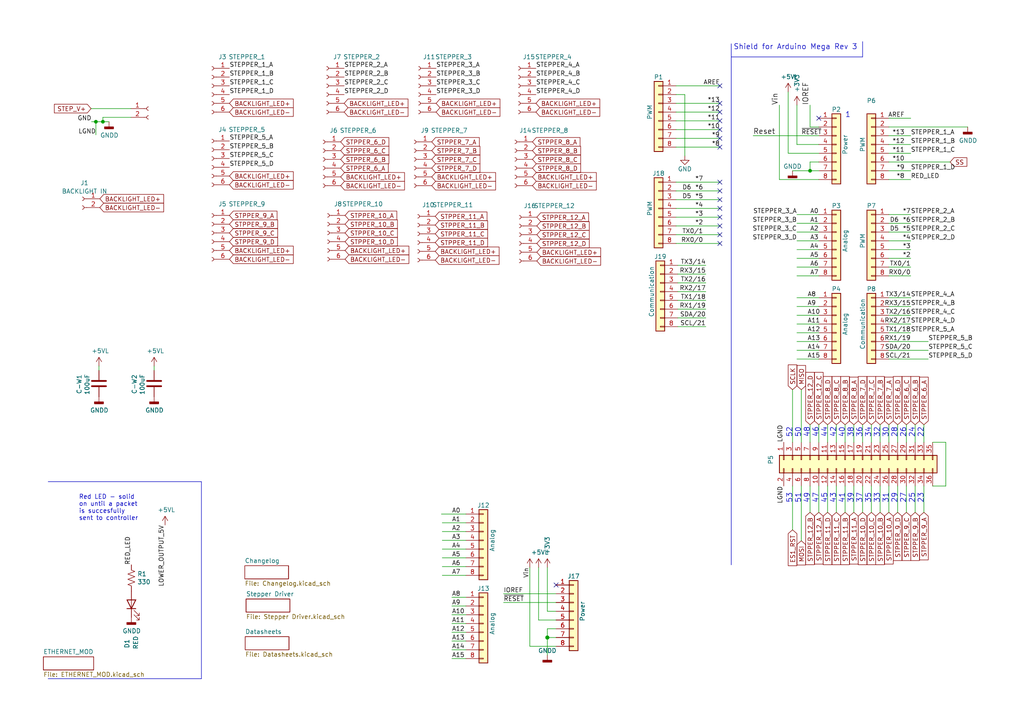
<source format=kicad_sch>
(kicad_sch (version 20230121) (generator eeschema)
  (paper "A4")
  (title_block (title "FRONT CONSOLE STEPPER") (date "2024-01-26") (rev "2.0"))
  (lib_symbols
    (symbol "Connector:Conn_01x02_Female" (pin_names (offset 1.016) hide)
      (property "Reference" "J" (at 0 2.54 0))
      (property "Value" "Conn_01x02_Female" (at 0 -5.08 0))
      (symbol "Conn_01x02_Female_1_1"
        (pin passive line (at -5.08 0 0) (length 3.81) (name "Pin_1") (number "1"))
        (pin passive line (at -5.08 -2.54 0) (length 3.81) (name "Pin_2") (number "2"))
      )
    )
    (symbol "Connector:Conn_01x02_Socket" (pin_names (offset 1.016) hide)
      (property "Reference" "J" (at 0 2.54 0))
      (property "Value" "Conn_01x02_Socket" (at 0 -5.08 0))
      (symbol "Conn_01x02_Socket_1_1"
        (pin passive line (at -5.08 0 0) (length 3.81) (name "Pin_1") (number "1"))
        (pin passive line (at -5.08 -2.54 0) (length 3.81) (name "Pin_2") (number "2"))
      )
    )
    (symbol "Connector:Conn_01x06_Socket" (pin_names (offset 1.016) hide)
      (property "Reference" "J" (at 0 7.62 0))
      (property "Value" "Conn_01x06_Socket" (at 0 -10.16 0))
      (symbol "Conn_01x06_Socket_1_1"
        (pin passive line (at -5.08 5.08 0) (length 3.81) (name "Pin_1") (number "1"))
        (pin passive line (at -5.08 2.54 0) (length 3.81) (name "Pin_2") (number "2"))
        (pin passive line (at -5.08 0 0) (length 3.81) (name "Pin_3") (number "3"))
        (pin passive line (at -5.08 -2.54 0) (length 3.81) (name "Pin_4") (number "4"))
        (pin passive line (at -5.08 -5.08 0) (length 3.81) (name "Pin_5") (number "5"))
        (pin passive line (at -5.08 -7.62 0) (length 3.81) (name "Pin_6") (number "6"))
      )
    )
    (symbol "Connector_Generic:Conn_01x08" (pin_names (offset 1.016) hide)
      (property "Reference" "J" (at 0 10.16 0))
      (property "Value" "Conn_01x08" (at 0 -12.7 0))
      (symbol "Conn_01x08_1_1"
        (pin passive line (at -5.08 7.62 0) (length 3.81) (name "Pin_1") (number "1"))
        (pin passive line (at -5.08 5.08 0) (length 3.81) (name "Pin_2") (number "2"))
        (pin passive line (at -5.08 2.54 0) (length 3.81) (name "Pin_3") (number "3"))
        (pin passive line (at -5.08 0 0) (length 3.81) (name "Pin_4") (number "4"))
        (pin passive line (at -5.08 -2.54 0) (length 3.81) (name "Pin_5") (number "5"))
        (pin passive line (at -5.08 -5.08 0) (length 3.81) (name "Pin_6") (number "6"))
        (pin passive line (at -5.08 -7.62 0) (length 3.81) (name "Pin_7") (number "7"))
        (pin passive line (at -5.08 -10.16 0) (length 3.81) (name "Pin_8") (number "8"))
      )
    )
    (symbol "Connector_Generic:Conn_02x18_Odd_Even" (pin_names (offset 1.016) hide)
      (property "Reference" "J" (at 1.27 22.86 0))
      (property "Value" "Conn_02x18_Odd_Even" (at 1.27 -25.4 0))
      (symbol "Conn_02x18_Odd_Even_1_1"
        (pin passive line (at -5.08 20.32 0) (length 3.81) (name "Pin_1") (number "1"))
        (pin passive line (at 7.62 10.16 180) (length 3.81) (name "Pin_10") (number "10"))
        (pin passive line (at -5.08 7.62 0) (length 3.81) (name "Pin_11") (number "11"))
        (pin passive line (at 7.62 7.62 180) (length 3.81) (name "Pin_12") (number "12"))
        (pin passive line (at -5.08 5.08 0) (length 3.81) (name "Pin_13") (number "13"))
        (pin passive line (at 7.62 5.08 180) (length 3.81) (name "Pin_14") (number "14"))
        (pin passive line (at -5.08 2.54 0) (length 3.81) (name "Pin_15") (number "15"))
        (pin passive line (at 7.62 2.54 180) (length 3.81) (name "Pin_16") (number "16"))
        (pin passive line (at -5.08 0 0) (length 3.81) (name "Pin_17") (number "17"))
        (pin passive line (at 7.62 0 180) (length 3.81) (name "Pin_18") (number "18"))
        (pin passive line (at -5.08 -2.54 0) (length 3.81) (name "Pin_19") (number "19"))
        (pin passive line (at 7.62 20.32 180) (length 3.81) (name "Pin_2") (number "2"))
        (pin passive line (at 7.62 -2.54 180) (length 3.81) (name "Pin_20") (number "20"))
        (pin passive line (at -5.08 -5.08 0) (length 3.81) (name "Pin_21") (number "21"))
        (pin passive line (at 7.62 -5.08 180) (length 3.81) (name "Pin_22") (number "22"))
        (pin passive line (at -5.08 -7.62 0) (length 3.81) (name "Pin_23") (number "23"))
        (pin passive line (at 7.62 -7.62 180) (length 3.81) (name "Pin_24") (number "24"))
        (pin passive line (at -5.08 -10.16 0) (length 3.81) (name "Pin_25") (number "25"))
        (pin passive line (at 7.62 -10.16 180) (length 3.81) (name "Pin_26") (number "26"))
        (pin passive line (at -5.08 -12.7 0) (length 3.81) (name "Pin_27") (number "27"))
        (pin passive line (at 7.62 -12.7 180) (length 3.81) (name "Pin_28") (number "28"))
        (pin passive line (at -5.08 -15.24 0) (length 3.81) (name "Pin_29") (number "29"))
        (pin passive line (at -5.08 17.78 0) (length 3.81) (name "Pin_3") (number "3"))
        (pin passive line (at 7.62 -15.24 180) (length 3.81) (name "Pin_30") (number "30"))
        (pin passive line (at -5.08 -17.78 0) (length 3.81) (name "Pin_31") (number "31"))
        (pin passive line (at 7.62 -17.78 180) (length 3.81) (name "Pin_32") (number "32"))
        (pin passive line (at -5.08 -20.32 0) (length 3.81) (name "Pin_33") (number "33"))
        (pin passive line (at 7.62 -20.32 180) (length 3.81) (name "Pin_34") (number "34"))
        (pin passive line (at -5.08 -22.86 0) (length 3.81) (name "Pin_35") (number "35"))
        (pin passive line (at 7.62 -22.86 180) (length 3.81) (name "Pin_36") (number "36"))
        (pin passive line (at 7.62 17.78 180) (length 3.81) (name "Pin_4") (number "4"))
        (pin passive line (at -5.08 15.24 0) (length 3.81) (name "Pin_5") (number "5"))
        (pin passive line (at 7.62 15.24 180) (length 3.81) (name "Pin_6") (number "6"))
        (pin passive line (at -5.08 12.7 0) (length 3.81) (name "Pin_7") (number "7"))
        (pin passive line (at 7.62 12.7 180) (length 3.81) (name "Pin_8") (number "8"))
        (pin passive line (at -5.08 10.16 0) (length 3.81) (name "Pin_9") (number "9"))
      )
    )
    (symbol "Device:C" (pin_numbers hide) (pin_names (offset 0.254))
      (property "Reference" "C" (at 0.635 2.54 0))
      (property "Value" "C" (at 0.635 -2.54 0))
      (symbol "C_1_1"
        (pin passive line (at 0 3.81 270) (length 2.794) (name "~") (number "1"))
        (pin passive line (at 0 -3.81 90) (length 2.794) (name "~") (number "2"))
      )
    )
    (symbol "Device:LED" (pin_numbers hide) (pin_names (offset 1.016) hide)
      (property "Reference" "D" (at 0 2.54 0))
      (property "Value" "LED" (at 0 -2.54 0))
      (symbol "LED_1_1"
        (pin passive line (at -3.81 0 0) (length 2.54) (name "K") (number "1"))
        (pin passive line (at 3.81 0 180) (length 2.54) (name "A") (number "2"))
      )
    )
    (symbol "Device:R_US" (pin_numbers hide) (pin_names (offset 0))
      (property "Reference" "R" (at 2.54 0 90))
      (property "Value" "R_US" (at -2.54 0 90))
      (symbol "R_US_1_1"
        (pin passive line (at 0 3.81 270) (length 1.27) (name "~") (number "1"))
        (pin passive line (at 0 -3.81 90) (length 1.27) (name "~") (number "2"))
      )
    )
    (symbol "power:+3V3" (power) (pin_names (offset 0))
      (property "Value" "+3V3" (at 0 3.556 0))
      (symbol "+3V3_1_1"
        (pin power_in line (at 0 0 90) (length 0) hide (name "+3V3") (number "1"))
      )
    )
    (symbol "power:+5VL" (power) (pin_names (offset 0))
      (property "Value" "+5VL" (at 0 3.556 0))
      (symbol "+5VL_1_1"
        (pin power_in line (at 0 0 90) (length 0) hide (name "+5VL") (number "1"))
      )
    )
    (symbol "power:GND" (power) (pin_names (offset 0))
      (property "Value" "GND" (at 0 -3.81 0))
      (symbol "GND_1_1"
        (pin power_in line (at 0 0 270) (length 0) hide (name "GND") (number "1"))
      )
    )
    (symbol "power:GNDD" (power) (pin_names (offset 0))
      (property "Value" "GNDD" (at 0 -3.175 0))
      (symbol "GNDD_1_1"
        (pin power_in line (at 0 0 270) (length 0) hide (name "GNDD") (number "1"))
      )
    )
    (symbol "power:VCC" (power) (pin_names (offset 0))
      (property "Value" "VCC" (at 0 3.81 0))
      (symbol "VCC_1_1"
        (pin power_in line (at 0 0 90) (length 0) hide (name "VCC") (number "1"))
      )
    )
  )
  (junction (at 29.845 35.306))
  (junction (at 27.813 35.306))
  (junction (at 234.95 49.53))
  (junction (at 158.75 184.912) (diameter 1.016))
  (no_connect (at 208.788 60.452))
  (no_connect (at 208.788 70.612))
  (no_connect (at 208.788 52.832))
  (no_connect (at 208.788 57.912))
  (no_connect (at 208.788 24.892))
  (no_connect (at 208.788 32.512))
  (no_connect (at 208.788 42.672))
  (no_connect (at 208.788 40.132))
  (no_connect (at 208.788 65.532))
  (no_connect (at 208.788 35.052))
  (no_connect (at 208.788 55.372))
  (no_connect (at 208.788 68.072))
  (no_connect (at 237.49 34.29))
  (no_connect (at 208.788 62.992))
  (no_connect (at 161.29 169.672))
  (no_connect (at 208.788 29.972))
  (no_connect (at 208.788 37.592))
  (wire (pts (xy 146.05 172.212) (xy 161.29 172.212)))
  (wire (pts (xy 237.49 49.53) (xy 234.95 49.53)))
  (wire (pts (xy 218.44 39.37) (xy 237.49 39.37)))
  (wire (pts (xy 196.596 89.662) (xy 204.724 89.662)))
  (wire (pts (xy 229.87 140.97) (xy 229.87 153.67)))
  (wire (pts (xy 228.6 26.67) (xy 228.6 44.45)))
  (wire (pts (xy 257.81 39.37) (xy 264.16 39.37)))
  (wire (pts (xy 240.03 128.27) (xy 240.03 123.19)))
  (wire (pts (xy 196.596 94.742) (xy 204.724 94.742)))
  (wire (pts (xy 128.27 156.718) (xy 135.128 156.718)))
  (wire (pts (xy 128.27 166.878) (xy 135.128 166.878)))
  (wire (pts (xy 274.32 140.97) (xy 270.51 140.97)))
  (wire (pts (xy 257.81 104.14) (xy 269.24 104.14)))
  (wire (pts (xy 260.35 128.27) (xy 260.35 123.19)))
  (wire (pts (xy 264.16 72.39) (xy 257.81 72.39)))
  (wire (pts (xy 153.67 187.452) (xy 153.67 164.592)))
  (wire (pts (xy 131.064 175.768) (xy 135.128 175.768)))
  (wire (pts (xy 237.49 46.99) (xy 234.95 46.99)))
  (wire (pts (xy 274.32 128.27) (xy 274.32 140.97)))
  (wire (pts (xy 257.81 80.01) (xy 264.16 80.01)))
  (wire (pts (xy 237.49 36.83) (xy 234.95 36.83)))
  (wire (pts (xy 257.81 91.44) (xy 264.16 91.44)))
  (wire (pts (xy 26.416 31.496) (xy 37.973 31.496)))
  (wire (pts (xy 131.064 188.468) (xy 135.128 188.468)))
  (wire (pts (xy 196.088 68.072) (xy 208.788 68.072)))
  (wire (pts (xy 158.75 182.372) (xy 158.75 184.912)))
  (wire (pts (xy 232.41 128.27) (xy 232.41 113.03)))
  (wire (pts (xy 240.03 140.97) (xy 240.03 148.59)))
  (wire (pts (xy 146.05 174.752) (xy 161.29 174.752)))
  (wire (pts (xy 196.088 35.052) (xy 208.788 35.052)))
  (wire (pts (xy 237.49 72.39) (xy 231.14 72.39)))
  (polyline (pts (xy 13.97 139.7) (xy 58.42 139.7)))
  (wire (pts (xy 196.088 60.452) (xy 208.788 60.452)))
  (wire (pts (xy 247.65 140.97) (xy 247.65 148.59)))
  (wire (pts (xy 265.43 140.97) (xy 265.43 148.59)))
  (wire (pts (xy 237.49 101.6) (xy 231.14 101.6)))
  (wire (pts (xy 226.06 52.07) (xy 226.06 30.48)))
  (wire (pts (xy 161.29 184.912) (xy 158.75 184.912)))
  (wire (pts (xy 28.702 106.172) (xy 28.702 107.442)))
  (wire (pts (xy 27.813 35.306) (xy 29.845 35.306)))
  (wire (pts (xy 257.81 44.45) (xy 264.16 44.45)))
  (wire (pts (xy 234.95 36.83) (xy 234.95 30.48)))
  (wire (pts (xy 237.49 62.23) (xy 231.14 62.23)))
  (wire (pts (xy 196.088 57.912) (xy 208.788 57.912)))
  (wire (pts (xy 161.29 182.372) (xy 158.75 182.372)))
  (wire (pts (xy 264.16 69.85) (xy 257.81 69.85)))
  (wire (pts (xy 196.088 27.432) (xy 198.628 27.432)))
  (wire (pts (xy 158.75 184.912) (xy 158.75 189.992)))
  (wire (pts (xy 231.14 41.91) (xy 237.49 41.91)))
  (wire (pts (xy 257.81 74.93) (xy 264.16 74.93)))
  (wire (pts (xy 131.064 185.928) (xy 135.128 185.928)))
  (wire (pts (xy 196.088 42.672) (xy 208.788 42.672)))
  (wire (pts (xy 232.41 140.97) (xy 232.41 156.845)))
  (wire (pts (xy 196.088 29.972) (xy 208.788 29.972)))
  (wire (pts (xy 237.49 99.06) (xy 231.14 99.06)))
  (wire (pts (xy 234.95 128.27) (xy 234.95 123.19)))
  (wire (pts (xy 245.11 128.27) (xy 245.11 123.19)))
  (polyline (pts (xy 212.09 163.83) (xy 212.09 12.7)))
  (polyline (pts (xy 250.19 16.51) (xy 250.19 12.065)))
  (wire (pts (xy 255.27 140.97) (xy 255.27 148.59)))
  (wire (pts (xy 257.81 128.27) (xy 257.81 123.19)))
  (wire (pts (xy 257.81 86.36) (xy 264.16 86.36)))
  (wire (pts (xy 196.596 82.042) (xy 204.724 82.042)))
  (wire (pts (xy 229.87 128.27) (xy 229.87 113.03)))
  (wire (pts (xy 262.89 128.27) (xy 262.89 123.19)))
  (wire (pts (xy 131.064 173.228) (xy 135.128 173.228)))
  (polyline (pts (xy 212.09 16.51) (xy 250.19 16.51)))
  (wire (pts (xy 158.75 177.292) (xy 161.29 177.292)))
  (wire (pts (xy 234.95 49.53) (xy 229.87 49.53)))
  (polyline (pts (xy 58.42 196.85) (xy 58.42 139.7)))
  (wire (pts (xy 237.49 77.47) (xy 231.14 77.47)))
  (wire (pts (xy 237.49 128.27) (xy 237.49 123.19)))
  (wire (pts (xy 234.95 140.97) (xy 234.95 148.59)))
  (wire (pts (xy 156.21 179.832) (xy 161.29 179.832)))
  (wire (pts (xy 237.49 93.98) (xy 231.14 93.98)))
  (wire (pts (xy 196.088 65.532) (xy 208.788 65.532)))
  (wire (pts (xy 196.596 84.582) (xy 204.724 84.582)))
  (wire (pts (xy 131.064 178.308) (xy 135.128 178.308)))
  (wire (pts (xy 44.704 106.172) (xy 44.704 107.442)))
  (wire (pts (xy 257.81 49.53) (xy 264.16 49.53)))
  (wire (pts (xy 128.27 161.798) (xy 135.128 161.798)))
  (wire (pts (xy 128.27 154.178) (xy 135.128 154.178)))
  (wire (pts (xy 29.845 34.036) (xy 29.845 35.306)))
  (wire (pts (xy 252.73 128.27) (xy 252.73 123.19)))
  (wire (pts (xy 237.49 91.44) (xy 231.14 91.44)))
  (wire (pts (xy 196.596 76.962) (xy 204.724 76.962)))
  (wire (pts (xy 237.49 86.36) (xy 231.14 86.36)))
  (wire (pts (xy 257.81 77.47) (xy 264.16 77.47)))
  (wire (pts (xy 245.11 140.97) (xy 245.11 148.59)))
  (wire (pts (xy 267.97 140.97) (xy 267.97 148.59)))
  (wire (pts (xy 257.81 46.99) (xy 275.59 46.99)))
  (wire (pts (xy 196.596 87.122) (xy 204.724 87.122)))
  (wire (pts (xy 237.49 67.31) (xy 231.14 67.31)))
  (polyline (pts (xy 13.97 196.85) (xy 58.42 196.85)))
  (wire (pts (xy 37.973 34.036) (xy 29.845 34.036)))
  (wire (pts (xy 257.81 62.23) (xy 264.16 62.23)))
  (wire (pts (xy 131.064 183.388) (xy 135.128 183.388)))
  (wire (pts (xy 198.628 27.432) (xy 198.628 45.212)))
  (wire (pts (xy 231.14 30.48) (xy 231.14 41.91)))
  (wire (pts (xy 131.064 191.008) (xy 135.128 191.008)))
  (wire (pts (xy 196.596 92.202) (xy 204.724 92.202)))
  (wire (pts (xy 257.81 36.83) (xy 280.67 36.83)))
  (wire (pts (xy 237.49 74.93) (xy 231.14 74.93)))
  (wire (pts (xy 234.95 46.99) (xy 234.95 49.53)))
  (wire (pts (xy 237.49 64.77) (xy 231.14 64.77)))
  (wire (pts (xy 131.064 180.848) (xy 135.128 180.848)))
  (wire (pts (xy 27.813 35.306) (xy 27.813 39.116)))
  (wire (pts (xy 161.29 187.452) (xy 153.67 187.452)))
  (wire (pts (xy 257.81 99.06) (xy 269.24 99.06)))
  (wire (pts (xy 128.016 149.098) (xy 135.128 149.098)))
  (wire (pts (xy 242.57 128.27) (xy 242.57 123.19)))
  (wire (pts (xy 196.088 52.832) (xy 208.788 52.832)))
  (wire (pts (xy 196.596 79.502) (xy 204.724 79.502)))
  (wire (pts (xy 257.81 96.52) (xy 264.16 96.52)))
  (wire (pts (xy 196.088 24.892) (xy 208.788 24.892)))
  (wire (pts (xy 237.49 140.97) (xy 237.49 148.59)))
  (wire (pts (xy 269.24 101.6) (xy 257.81 101.6)))
  (wire (pts (xy 274.32 128.27) (xy 270.51 128.27)))
  (wire (pts (xy 257.81 34.29) (xy 264.16 34.29)))
  (wire (pts (xy 156.21 164.592) (xy 156.21 179.832)))
  (wire (pts (xy 262.89 140.97) (xy 262.89 148.59)))
  (wire (pts (xy 29.845 35.306) (xy 31.623 35.306)))
  (wire (pts (xy 257.81 52.07) (xy 264.16 52.07)))
  (wire (pts (xy 255.27 128.27) (xy 255.27 123.19)))
  (wire (pts (xy 257.81 88.9) (xy 264.16 88.9)))
  (wire (pts (xy 237.49 80.01) (xy 231.14 80.01)))
  (wire (pts (xy 260.35 140.97) (xy 260.35 148.59)))
  (wire (pts (xy 196.088 40.132) (xy 208.788 40.132)))
  (wire (pts (xy 196.088 62.992) (xy 208.788 62.992)))
  (wire (pts (xy 265.43 128.27) (xy 265.43 123.19)))
  (wire (pts (xy 196.088 32.512) (xy 208.788 32.512)))
  (wire (pts (xy 237.49 88.9) (xy 231.14 88.9)))
  (wire (pts (xy 247.65 128.27) (xy 247.65 123.19)))
  (wire (pts (xy 257.81 93.98) (xy 264.16 93.98)))
  (wire (pts (xy 257.81 41.91) (xy 264.16 41.91)))
  (wire (pts (xy 250.19 140.97) (xy 250.19 148.59)))
  (wire (pts (xy 237.49 104.14) (xy 231.14 104.14)))
  (wire (pts (xy 228.6 44.45) (xy 237.49 44.45)))
  (wire (pts (xy 26.543 35.306) (xy 27.813 35.306)))
  (wire (pts (xy 158.75 164.592) (xy 158.75 177.292)))
  (wire (pts (xy 128.27 159.258) (xy 135.128 159.258)))
  (wire (pts (xy 196.088 37.592) (xy 208.788 37.592)))
  (wire (pts (xy 252.73 140.97) (xy 252.73 148.59)))
  (wire (pts (xy 257.81 140.97) (xy 257.81 148.59)))
  (wire (pts (xy 257.81 64.77) (xy 264.16 64.77)))
  (wire (pts (xy 267.97 128.27) (xy 267.97 123.19)))
  (wire (pts (xy 237.49 69.85) (xy 231.14 69.85)))
  (wire (pts (xy 242.57 140.97) (xy 242.57 148.59)))
  (wire (pts (xy 237.49 52.07) (xy 226.06 52.07)))
  (wire (pts (xy 128.27 164.338) (xy 135.128 164.338)))
  (wire (pts (xy 237.49 96.52) (xy 231.14 96.52)))
  (wire (pts (xy 196.088 55.372) (xy 208.788 55.372)))
  (wire (pts (xy 128.27 151.638) (xy 135.128 151.638)))
  (wire (pts (xy 264.16 67.31) (xy 257.81 67.31)))
  (wire (pts (xy 250.19 128.27) (xy 250.19 123.19)))
  (wire (pts (xy 196.088 70.612) (xy 208.788 70.612)))
  (text "24" (at 265.43 127 90) (effects (font (size 1.524 1.524)) (justify left bottom)))
  (text "50" (at 232.41 127 90) (effects (font (size 1.524 1.524)) (justify left bottom)))
  (text "33" (at 255.27 146.05 90) (effects (font (size 1.524 1.524)) (justify left bottom)))
  (text "Shield for Arduino Mega Rev 3" (at 212.725 14.605 0) (effects (font (size 1.524 1.524)) (justify left bottom)))
  (text "34" (at 252.73 127 90) (effects (font (size 1.524 1.524)) (justify left bottom)))
  (text "44" (at 240.03 126.9443 90) (effects (font (size 1.524 1.524)) (justify left bottom)))
  (text "38" (at 247.65 127 90) (effects (font (size 1.524 1.524)) (justify left bottom)))
  (text "39" (at 247.65 146.05 90) (effects (font (size 1.524 1.524)) (justify left bottom)))
  (text "23" (at 267.97 146.05 90) (effects (font (size 1.524 1.524)) (justify left bottom)))
  (text "45" (at 240.03 146.05 90) (effects (font (size 1.524 1.524)) (justify left bottom)))
  (text "27" (at 262.89 146.05 90) (effects (font (size 1.524 1.524)) (justify left bottom)))
  (text "37" (at 250.19 146.05 90) (effects (font (size 1.524 1.524)) (justify left bottom)))
  (text "Red LED - solid\non until a packet\nis succesfully \nsent to controller" (at 22.86 151.13 0) (effects (font (size 1.27 1.27)) (justify left bottom)))
  (text "43" (at 242.57 146.05 90) (effects (font (size 1.524 1.524)) (justify left bottom)))
  (text "26" (at 262.89 127 90) (effects (font (size 1.524 1.524)) (justify left bottom)))
  (text "32" (at 255.27 127 90) (effects (font (size 1.524 1.524)) (justify left bottom)))
  (text "22" (at 267.97 127 90) (effects (font (size 1.524 1.524)) (justify left bottom)))
  (text "48" (at 234.95 126.9443 90) (effects (font (size 1.524 1.524)) (justify left bottom)))
  (text "31" (at 257.81 146.05 90) (effects (font (size 1.524 1.524)) (justify left bottom)))
  (text "30" (at 257.81 127 90) (effects (font (size 1.524 1.524)) (justify left bottom)))
  (text "46" (at 237.49 126.9443 90) (effects (font (size 1.524 1.524)) (justify left bottom)))
  (text "42" (at 242.57 126.9443 90) (effects (font (size 1.524 1.524)) (justify left bottom)))
  (text "53" (at 229.87 146.05 90) (effects (font (size 1.524 1.524)) (justify left bottom)))
  (text "29" (at 260.35 146.05 90) (effects (font (size 1.524 1.524)) (justify left bottom)))
  (text "1" (at 245.11 34.29 0) (effects (font (size 1.524 1.524)) (justify left bottom)))
  (text "41" (at 245.11 146.05 90) (effects (font (size 1.524 1.524)) (justify left bottom)))
  (text "49" (at 234.95 146.05 90) (effects (font (size 1.524 1.524)) (justify left bottom)))
  (text "40" (at 245.11 127 90) (effects (font (size 1.524 1.524)) (justify left bottom)))
  (text "25" (at 265.43 146.05 90) (effects (font (size 1.524 1.524)) (justify left bottom)))
  (text "47" (at 237.49 146.05 90) (effects (font (size 1.524 1.524)) (justify left bottom)))
  (text "51" (at 232.41 146.05 90) (effects (font (size 1.524 1.524)) (justify left bottom)))
  (text "35" (at 252.73 146.05 90) (effects (font (size 1.524 1.524)) (justify left bottom)))
  (text "52" (at 229.87 127 90) (effects (font (size 1.524 1.524)) (justify left bottom)))
  (text "28" (at 260.35 127 90) (effects (font (size 1.524 1.524)) (justify left bottom)))
  (text "36" (at 250.19 127 90) (effects (font (size 1.524 1.524)) (justify left bottom)))
  (label "SDA{slash}20" (at 264.16 101.6 180))
  (label "~{RESET}" (at 146.05 174.752 0))
  (label "TX3{slash}14" (at 204.724 76.962 180))
  (label "STEPPER_1_B" (at 66.548 22.352 0))
  (label "A14" (at 234.188 101.6 0))
  (label "STEPPER_2_A" (at 264.16 62.23 0))
  (label "STEPPER_1_A" (at 264.16 39.37 0))
  (label "A4" (at 234.95 72.39 0))
  (label "*10" (at 208.788 37.592 180))
  (label "GND" (at 26.543 35.306 180))
  (label "STEPPER_3_A" (at 231.14 62.23 180))
  (label "STEPPER_3_D" (at 126.492 27.432 0))
  (label "TX1{slash}18" (at 264.16 96.52 180))
  (label "A10" (at 234.188 91.44 0))
  (label "A7" (at 234.95 80.01 0))
  (label "A7" (at 131.064 166.878 0))
  (label "TX2{slash}16" (at 264.16 91.44 180))
  (label "A13" (at 131.064 185.928 0))
  (label "RX1{slash}19" (at 264.16 99.06 180))
  (label "A8" (at 234.188 86.36 0))
  (label "STEPPER_4_C" (at 264.16 91.44 0))
  (label "A15" (at 234.188 104.14 0))
  (label "RX2{slash}17" (at 264.16 93.98 180))
  (label "LGND" (at 227.33 140.97 270))
  (label "A0" (at 234.95 62.23 0))
  (label "*4" (at 264.16 69.85 180))
  (label "SDA{slash}20" (at 204.724 92.202 180))
  (label "Vin" (at 226.06 30.48 90) (effects (font (size 1.524 1.524))))
  (label "TX2{slash}16" (at 204.724 82.042 180))
  (label "A11" (at 131.064 180.848 0))
  (label "*9" (at 262.382 49.53 180))
  (label "A5" (at 131.064 161.798 0))
  (label "IOREF" (at 234.95 30.48 90) (effects (font (size 1.524 1.524))))
  (label "*2" (at 264.16 74.93 180))
  (label "A1" (at 234.95 64.77 0))
  (label "A4" (at 131.064 159.258 0))
  (label "A12" (at 234.188 96.52 0))
  (label "IOREF" (at 146.05 172.212 0))
  (label "RX3{slash}15" (at 204.724 79.502 180))
  (label "SCL{slash}21" (at 204.724 94.742 180))
  (label "*8" (at 262.382 52.07 180))
  (label "*13" (at 262.382 39.37 180))
  (label "D5" (at 258.064 67.31 0))
  (label "*5" (at 264.16 67.31 180))
  (label "*12" (at 262.382 41.91 180))
  (label "STEPPER_1_D" (at 264.16 49.53 0))
  (label "RED_LED" (at 264.16 52.07 0))
  (label "A2" (at 234.95 67.31 0))
  (label "A1" (at 131.064 151.638 0))
  (label "STEPPER_5_D" (at 269.24 104.14 0))
  (label "A6" (at 131.064 164.338 0))
  (label "Reset" (at 218.44 39.37 0) (effects (font (size 1.524 1.524))))
  (label "LGND" (at 27.813 39.116 180))
  (label "STEPPER_1_C" (at 264.16 44.45 0))
  (label "A8" (at 131.064 173.228 0))
  (label "STEPPER_2_D" (at 264.16 69.85 0))
  (label "A9" (at 131.064 175.768 0))
  (label "D6" (at 258.064 64.77 0))
  (label "STEPPER_2_C" (at 99.822 24.892 0))
  (label "A9" (at 234.188 88.9 0))
  (label "*3" (at 264.16 72.39 180))
  (label "LOWER_OUTPUT_5V" (at 47.879 152.273 270))
  (label "AREF" (at 208.788 24.892 180))
  (label "RX3{slash}15" (at 264.16 88.9 180))
  (label "STEPPER_1_D" (at 66.548 27.432 0))
  (label "RX1{slash}19" (at 204.724 89.662 180))
  (label "TX3{slash}14" (at 264.16 86.36 180))
  (label "STEPPER_3_A" (at 126.492 19.812 0))
  (label "A6" (at 234.95 77.47 0))
  (label "A14" (at 131.064 188.468 0))
  (label "LGND" (at 227.33 128.27 90))
  (label "AREF" (at 262.382 34.29 180))
  (label "STEPPER_1_A" (at 66.548 19.812 0))
  (label "STEPPER_5_C" (at 66.548 45.974 0))
  (label "STEPPER_1_B" (at 264.16 41.91 0))
  (label "STEPPER_5_D" (at 66.548 48.514 0))
  (label "A15" (at 131.064 191.008 0))
  (label "STEPPER_3_B" (at 231.14 64.77 180))
  (label "*3" (at 203.962 62.992 180))
  (label "*9" (at 208.788 40.132 180))
  (label "A12" (at 131.064 183.388 0))
  (label "RX0{slash}0" (at 264.16 80.01 180))
  (label "SCL{slash}21" (at 264.16 104.14 180))
  (label "STEPPER_5_B" (at 269.24 99.06 0))
  (label "*13" (at 208.788 29.972 180))
  (label "A3" (at 131.064 156.718 0))
  (label "STEPPER_4_B" (at 264.16 88.9 0))
  (label "TX0{slash}1" (at 203.962 68.072 180))
  (label "D5" (at 197.866 57.912 0))
  (label "STEPPER_4_B" (at 155.448 22.352 0))
  (label "*10" (at 262.382 46.99 180))
  (label "*4" (at 203.962 60.452 180))
  (label "A13" (at 234.188 99.06 0))
  (label "STEPPER_4_A" (at 155.448 19.812 0))
  (label "A5" (at 234.95 74.93 0))
  (label "STEPPER_2_B" (at 99.822 22.352 0))
  (label "A2" (at 131.064 154.178 0))
  (label "*7" (at 264.16 62.23 180))
  (label "STEPPER_3_C" (at 231.14 67.31 180))
  (label "D6" (at 197.866 55.372 0))
  (label "STEPPER_2_C" (at 264.16 67.31 0))
  (label "*7" (at 203.962 52.832 180))
  (label "STEPPER_4_A" (at 264.16 86.36 0))
  (label "STEPPER_1_C" (at 66.548 24.892 0))
  (label "STEPPER_5_B" (at 66.548 43.434 0))
  (label "*11" (at 208.788 35.052 180))
  (label "STEPPER_2_A" (at 99.822 19.812 0))
  (label "TX0{slash}1" (at 264.16 77.47 180))
  (label "~{RESET}" (at 232.41 39.37 0))
  (label "A0" (at 131.064 149.098 0))
  (label "*12" (at 208.788 32.512 180))
  (label "STEPPER_5_C" (at 269.24 101.6 0))
  (label "*5" (at 203.962 57.912 180))
  (label "RX2{slash}17" (at 204.724 84.582 180))
  (label "*6" (at 264.16 64.77 180))
  (label "STEPPER_2_B" (at 264.16 64.77 0))
  (label "STEPPER_4_D" (at 155.448 27.432 0))
  (label "*6" (at 203.962 55.372 180))
  (label "STEPPER_4_C" (at 155.448 24.892 0))
  (label "A11" (at 234.188 93.98 0))
  (label "A10" (at 131.064 178.308 0))
  (label "STEPPER_3_C" (at 126.492 24.892 0))
  (label "STEPPER_4_D" (at 264.16 93.98 0))
  (label "A3" (at 234.95 69.85 0))
  (label "STEPPER_5_A" (at 66.548 40.894 0))
  (label "STEPPER_5_A" (at 264.16 96.52 0))
  (label "STEPPER_3_D" (at 231.14 69.85 180))
  (label "RX0{slash}0" (at 203.962 70.612 180))
  (label "*2" (at 203.962 65.532 180))
  (label "*11" (at 262.382 44.45 180))
  (label "*8" (at 208.788 42.672 180))
  (label "TX1{slash}18" (at 204.724 87.122 180))
  (label "RED_LED" (at 38.1 163.83 90))
  (label "STEPPER_2_D" (at 99.822 27.432 0))
  (label "STEPPER_3_B" (at 126.492 22.352 0))
  (label "Vin" (at 153.67 164.592 270))
  (global_label "STPPER_7_B" (shape input) (at 255.27 123.19 90) (property "Intersheetrefs" "${INTERSHEET_REFS}" (effects hide)))
  (global_label "STPPER_7_A" (shape input) (at 257.81 123.19 90) (property "Intersheetrefs" "${INTERSHEET_REFS}" (effects hide)))
  (global_label "BACKLIGHT_LED+" (shape input) (at 66.548 51.054 0) (property "Intersheetrefs" "${INTERSHEET_REFS}" (effects hide)))
  (global_label "BACKLIGHT_LED+" (shape input) (at 154.432 51.308 0) (property "Intersheetrefs" "${INTERSHEET_REFS}" (effects hide)))
  (global_label "STPPER_12_D" (shape input) (at 155.702 70.612 0) (property "Intersheetrefs" "${INTERSHEET_REFS}" (effects hide)))
  (global_label "STPPER_8_B" (shape input) (at 154.432 43.688 0) (property "Intersheetrefs" "${INTERSHEET_REFS}" (effects hide)))
  (global_label "BACKLIGHT_LED+" (shape input) (at 100.076 72.644 0) (property "Intersheetrefs" "${INTERSHEET_REFS}" (effects hide)))
  (global_label "MISO" (shape input) (at 232.41 113.03 90) (property "Intersheetrefs" "${INTERSHEET_REFS}" (effects hide)))
  (global_label "STPPER_6_D" (shape input) (at 98.806 41.148 0) (property "Intersheetrefs" "${INTERSHEET_REFS}" (effects hide)))
  (global_label "STEP_V+" (shape input) (at 26.416 31.496 180) (property "Intersheetrefs" "${INTERSHEET_REFS}" (effects hide)))
  (global_label "STPPER_11_A" (shape input) (at 247.65 148.59 270) (property "Intersheetrefs" "${INTERSHEET_REFS}" (effects hide)))
  (global_label "STPPER_11_C" (shape input) (at 242.57 148.59 270) (property "Intersheetrefs" "${INTERSHEET_REFS}" (effects hide)))
  (global_label "BACKLIGHT_LED+" (shape input) (at 99.822 29.972 0) (property "Intersheetrefs" "${INTERSHEET_REFS}" (effects hide)))
  (global_label "STPPER_6_A" (shape input) (at 267.97 123.19 90) (property "Intersheetrefs" "${INTERSHEET_REFS}" (effects hide)))
  (global_label "STPPER_8_B" (shape input) (at 245.11 123.19 90) (property "Intersheetrefs" "${INTERSHEET_REFS}" (effects hide)))
  (global_label "BACKLIGHT_LED-" (shape input) (at 66.548 75.184 0) (property "Intersheetrefs" "${INTERSHEET_REFS}" (effects hide)))
  (global_label "STPPER_9_C" (shape input) (at 66.548 67.564 0) (property "Intersheetrefs" "${INTERSHEET_REFS}" (effects hide)))
  (global_label "BACKLIGHT_LED+" (shape input) (at 126.492 29.972 0) (property "Intersheetrefs" "${INTERSHEET_REFS}" (effects hide)))
  (global_label "STPPER_11_B" (shape input) (at 126.238 65.278 0) (property "Intersheetrefs" "${INTERSHEET_REFS}" (effects hide)))
  (global_label "BACKLIGHT_LED-" (shape input) (at 28.956 60.198 0) (property "Intersheetrefs" "${INTERSHEET_REFS}" (effects hide)))
  (global_label "BACKLIGHT_LED-" (shape input) (at 155.448 32.512 0) (property "Intersheetrefs" "${INTERSHEET_REFS}" (effects hide)))
  (global_label "STPPER_12_A" (shape input) (at 237.49 148.59 270) (property "Intersheetrefs" "${INTERSHEET_REFS}" (effects hide)))
  (global_label "BACKLIGHT_LED-" (shape input) (at 126.238 75.438 0) (property "Intersheetrefs" "${INTERSHEET_REFS}" (effects hide)))
  (global_label "STPPER_10_C" (shape input) (at 100.076 67.564 0) (property "Intersheetrefs" "${INTERSHEET_REFS}" (effects hide)))
  (global_label "STPPER_6_A" (shape input) (at 98.806 48.768 0) (property "Intersheetrefs" "${INTERSHEET_REFS}" (effects hide)))
  (global_label "STPPER_8_C" (shape input) (at 242.57 123.19 90) (property "Intersheetrefs" "${INTERSHEET_REFS}" (effects hide)))
  (global_label "STPPER_12_C" (shape input) (at 237.49 123.19 90) (property "Intersheetrefs" "${INTERSHEET_REFS}" (effects hide)))
  (global_label "STPPER_10_C" (shape input) (at 252.73 148.59 270) (property "Intersheetrefs" "${INTERSHEET_REFS}" (effects hide)))
  (global_label "BACKLIGHT_LED-" (shape input) (at 66.548 53.594 0) (property "Intersheetrefs" "${INTERSHEET_REFS}" (effects hide)))
  (global_label "STPPER_11_D" (shape input) (at 126.238 70.358 0) (property "Intersheetrefs" "${INTERSHEET_REFS}" (effects hide)))
  (global_label "BACKLIGHT_LED+" (shape input) (at 155.448 29.972 0) (property "Intersheetrefs" "${INTERSHEET_REFS}" (effects hide)))
  (global_label "STPPER_12_B" (shape input) (at 234.95 148.59 270) (property "Intersheetrefs" "${INTERSHEET_REFS}" (effects hide)))
  (global_label "STPPER_8_D" (shape input) (at 240.03 123.19 90) (property "Intersheetrefs" "${INTERSHEET_REFS}" (effects hide)))
  (global_label "STPPER_7_D" (shape input) (at 250.19 123.19 90) (property "Intersheetrefs" "${INTERSHEET_REFS}" (effects hide)))
  (global_label "STPPER_6_B" (shape input) (at 265.43 123.19 90) (property "Intersheetrefs" "${INTERSHEET_REFS}" (effects hide)))
  (global_label "STPPER_12_A" (shape input) (at 155.702 62.992 0) (property "Intersheetrefs" "${INTERSHEET_REFS}" (effects hide)))
  (global_label "MOSI" (shape input) (at 232.41 156.845 270) (property "Intersheetrefs" "${INTERSHEET_REFS}" (effects hide)))
  (global_label "STPPER_6_C" (shape input) (at 262.89 123.19 90) (property "Intersheetrefs" "${INTERSHEET_REFS}" (effects hide)))
  (global_label "STPPER_7_D" (shape input) (at 125.222 48.768 0) (property "Intersheetrefs" "${INTERSHEET_REFS}" (effects hide)))
  (global_label "STPPER_11_A" (shape input) (at 126.238 62.738 0) (property "Intersheetrefs" "${INTERSHEET_REFS}" (effects hide)))
  (global_label "BACKLIGHT_LED-" (shape input) (at 100.076 75.184 0) (property "Intersheetrefs" "${INTERSHEET_REFS}" (effects hide)))
  (global_label "STPPER_6_B" (shape input) (at 98.806 46.228 0) (property "Intersheetrefs" "${INTERSHEET_REFS}" (effects hide)))
  (global_label "SCLK" (shape input) (at 229.87 113.03 90) (property "Intersheetrefs" "${INTERSHEET_REFS}" (effects hide)))
  (global_label "STPPER_10_D" (shape input) (at 250.19 148.59 270) (property "Intersheetrefs" "${INTERSHEET_REFS}" (effects hide)))
  (global_label "STPPER_12_C" (shape input) (at 155.702 68.072 0) (property "Intersheetrefs" "${INTERSHEET_REFS}" (effects hide)))
  (global_label "BACKLIGHT_LED-" (shape input) (at 126.492 32.512 0) (property "Intersheetrefs" "${INTERSHEET_REFS}" (effects hide)))
  (global_label "BACKLIGHT_LED-" (shape input) (at 154.432 53.848 0) (property "Intersheetrefs" "${INTERSHEET_REFS}" (effects hide)))
  (global_label "BACKLIGHT_LED-" (shape input) (at 99.822 32.512 0) (property "Intersheetrefs" "${INTERSHEET_REFS}" (effects hide)))
  (global_label "STPPER_7_C" (shape input) (at 125.222 46.228 0) (property "Intersheetrefs" "${INTERSHEET_REFS}" (effects hide)))
  (global_label "STPPER_7_C" (shape input) (at 252.73 123.19 90) (property "Intersheetrefs" "${INTERSHEET_REFS}" (effects hide)))
  (global_label "BACKLIGHT_LED+" (shape input) (at 126.238 72.898 0) (property "Intersheetrefs" "${INTERSHEET_REFS}" (effects hide)))
  (global_label "STPPER_6_D" (shape input) (at 260.35 123.19 90) (property "Intersheetrefs" "${INTERSHEET_REFS}" (effects hide)))
  (global_label "STPPER_9_B" (shape input) (at 66.548 65.024 0) (property "Intersheetrefs" "${INTERSHEET_REFS}" (effects hide)))
  (global_label "BACKLIGHT_LED+" (shape input) (at 66.548 29.972 0) (property "Intersheetrefs" "${INTERSHEET_REFS}" (effects hide)))
  (global_label "STPPER_9_B" (shape input) (at 265.43 148.59 270) (property "Intersheetrefs" "${INTERSHEET_REFS}" (effects hide)))
  (global_label "STPPER_9_A" (shape input) (at 267.97 148.59 270) (property "Intersheetrefs" "${INTERSHEET_REFS}" (effects hide)))
  (global_label "STPPER_8_D" (shape input) (at 154.432 48.768 0) (property "Intersheetrefs" "${INTERSHEET_REFS}" (effects hide)))
  (global_label "BACKLIGHT_LED-" (shape input) (at 98.806 53.848 0) (property "Intersheetrefs" "${INTERSHEET_REFS}" (effects hide)))
  (global_label "STPPER_9_A" (shape input) (at 66.548 62.484 0) (property "Intersheetrefs" "${INTERSHEET_REFS}" (effects hide)))
  (global_label "STPPER_9_D" (shape input) (at 260.35 148.59 270) (property "Intersheetrefs" "${INTERSHEET_REFS}" (effects hide)))
  (global_label "SS" (shape input) (at 275.59 46.99 0) (property "Intersheetrefs" "${INTERSHEET_REFS}" (effects hide)))
  (global_label "STPPER_10_B" (shape input) (at 255.27 148.59 270) (property "Intersheetrefs" "${INTERSHEET_REFS}" (effects hide)))
  (global_label "STPPER_9_D" (shape input) (at 66.548 70.104 0) (property "Intersheetrefs" "${INTERSHEET_REFS}" (effects hide)))
  (global_label "STPPER_10_B" (shape input) (at 100.076 65.024 0) (property "Intersheetrefs" "${INTERSHEET_REFS}" (effects hide)))
  (global_label "BACKLIGHT_LED-" (shape input) (at 66.548 32.512 0) (property "Intersheetrefs" "${INTERSHEET_REFS}" (effects hide)))
  (global_label "STPPER_7_B" (shape input) (at 125.222 43.688 0) (property "Intersheetrefs" "${INTERSHEET_REFS}" (effects hide)))
  (global_label "ES1_RST" (shape input) (at 229.87 153.67 270) (property "Intersheetrefs" "${INTERSHEET_REFS}" (effects hide)))
  (global_label "STPPER_7_A" (shape input) (at 125.222 41.148 0) (property "Intersheetrefs" "${INTERSHEET_REFS}" (effects hide)))
  (global_label "STPPER_8_A" (shape input) (at 154.432 41.148 0) (property "Intersheetrefs" "${INTERSHEET_REFS}" (effects hide)))
  (global_label "STPPER_8_C" (shape input) (at 154.432 46.228 0) (property "Intersheetrefs" "${INTERSHEET_REFS}" (effects hide)))
  (global_label "STPPER_6_C" (shape input) (at 98.806 43.688 0) (property "Intersheetrefs" "${INTERSHEET_REFS}" (effects hide)))
  (global_label "STPPER_10_A" (shape input) (at 257.81 148.59 270) (property "Intersheetrefs" "${INTERSHEET_REFS}" (effects hide)))
  (global_label "BACKLIGHT_LED+" (shape input) (at 155.702 73.152 0) (property "Intersheetrefs" "${INTERSHEET_REFS}" (effects hide)))
  (global_label "BACKLIGHT_LED-" (shape input) (at 125.222 53.848 0) (property "Intersheetrefs" "${INTERSHEET_REFS}" (effects hide)))
  (global_label "STPPER_10_D" (shape input) (at 100.076 70.104 0) (property "Intersheetrefs" "${INTERSHEET_REFS}" (effects hide)))
  (global_label "STPPER_12_B" (shape input) (at 155.702 65.532 0) (property "Intersheetrefs" "${INTERSHEET_REFS}" (effects hide)))
  (global_label "STPPER_8_A" (shape input) (at 247.65 123.19 90) (property "Intersheetrefs" "${INTERSHEET_REFS}" (effects hide)))
  (global_label "STPPER_11_D" (shape input) (at 240.03 148.59 270) (property "Intersheetrefs" "${INTERSHEET_REFS}" (effects hide)))
  (global_label "STPPER_11_C" (shape input) (at 126.238 67.818 0) (property "Intersheetrefs" "${INTERSHEET_REFS}" (effects hide)))
  (global_label "BACKLIGHT_LED+" (shape input) (at 98.806 51.308 0) (property "Intersheetrefs" "${INTERSHEET_REFS}" (effects hide)))
  (global_label "STPPER_11_B" (shape input) (at 245.11 148.59 270) (property "Intersheetrefs" "${INTERSHEET_REFS}" (effects hide)))
  (global_label "BACKLIGHT_LED+" (shape input) (at 66.548 72.644 0) (property "Intersheetrefs" "${INTERSHEET_REFS}" (effects hide)))
  (global_label "STPPER_10_A" (shape input) (at 100.076 62.484 0) (property "Intersheetrefs" "${INTERSHEET_REFS}" (effects hide)))
  (global_label "BACKLIGHT_LED+" (shape input) (at 125.222 51.308 0) (property "Intersheetrefs" "${INTERSHEET_REFS}" (effects hide)))
  (global_label "BACKLIGHT_LED+" (shape input) (at 28.956 57.658 0) (property "Intersheetrefs" "${INTERSHEET_REFS}" (effects hide)))
  (global_label "STPPER_9_C" (shape input) (at 262.89 148.59 270) (property "Intersheetrefs" "${INTERSHEET_REFS}" (effects hide)))
  (global_label "BACKLIGHT_LED-" (shape input) (at 155.702 75.692 0) (property "Intersheetrefs" "${INTERSHEET_REFS}" (effects hide)))
  (global_label "STPPER_12_D" (shape input) (at 234.95 123.19 90) (property "Intersheetrefs" "${INTERSHEET_REFS}" (effects hide)))
  (symbol (lib_id "Connector_Generic:Conn_01x08") (at 242.57 41.91 0) (unit 1)
    (property "Reference" "P2" (at 242.57 31.75 0))
    (property "Value" "Power" (at 245.11 41.91 90))
    (property "Footprint" "Socket_Arduino_Mega:Socket_Strip_Arduino_1x08" (effects hide))
  )
  (symbol (lib_id "power:+3V3") (at 231.14 30.48 0) (unit 1)
    (property "Reference" "#PWR015" (effects hide))
    (property "Value" "+3.3V" (at 231.14 24.13 90))
  )
  (symbol (lib_id "Connector_Generic:Conn_01x08") (at 252.73 41.91 0) (mirror y) (unit 1)
    (property "Reference" "P6" (at 252.73 29.21 0))
    (property "Value" "PWM" (at 250.19 41.91 90))
    (property "Footprint" "Socket_Arduino_Mega:Socket_Strip_Arduino_1x08" (effects hide))
  )
  (symbol (lib_id "Connector_Generic:Conn_01x08") (at 252.73 69.85 0) (mirror y) (unit 1)
    (property "Reference" "P7" (at 252.73 59.69 0))
    (property "Value" "PWM" (at 250.19 69.85 90))
    (property "Footprint" "Socket_Arduino_Mega:Socket_Strip_Arduino_1x08" (effects hide))
  )
  (symbol (lib_id "Connector_Generic:Conn_01x08") (at 242.57 93.98 0) (unit 1)
    (property "Reference" "P4" (at 242.57 83.82 0))
    (property "Value" "Analog" (at 245.11 93.98 90))
    (property "Footprint" "Socket_Arduino_Mega:Socket_Strip_Arduino_1x08" (effects hide))
  )
  (symbol (lib_id "Connector_Generic:Conn_01x08") (at 252.73 93.98 0) (mirror y) (unit 1)
    (property "Reference" "P8" (at 252.73 83.82 0))
    (property "Value" "Communication" (at 250.19 93.98 90))
    (property "Footprint" "Socket_Arduino_Mega:Socket_Strip_Arduino_1x08" (effects hide))
  )
  (symbol (lib_id "Connector_Generic:Conn_02x18_Odd_Even") (at 247.65 133.35 90) (mirror x) (unit 1)
    (property "Reference" "P5" (at 223.52 133.35 0))
    (property "Value" "Digital" (effects hide))
    (property "Footprint" "Socket_Arduino_Mega:Socket_Strip_Arduino_2x18" (effects hide))
  )
  (symbol (lib_id "power:+5VL") (at 228.6 26.67 0) (unit 1)
    (property "Reference" "#PWR013" (effects hide))
    (property "Value" "+5VL" (at 228.981 22.2758 0))
  )
  (symbol (lib_id "power:GNDD") (at 229.87 49.53 0) (unit 1)
    (property "Reference" "#PWR014" (effects hide))
    (property "Value" "GNDD" (at 229.87 48.26 0))
  )
  (symbol (lib_id "power:GNDD") (at 280.67 36.83 0) (unit 1)
    (property "Reference" "#PWR016" (effects hide))
    (property "Value" "GNDD" (at 280.7716 40.767 0))
  )
  (symbol (lib_id "Connector_Generic:Conn_01x08") (at 242.57 69.85 0) (unit 1)
    (property "Reference" "P3" (at 242.57 59.69 0))
    (property "Value" "Analog" (at 245.11 69.85 90))
    (property "Footprint" "Socket_Arduino_Mega:Socket_Strip_Arduino_1x08" (effects hide))
  )
  (symbol (lib_id "Connector:Conn_01x06_Socket") (at 94.742 24.892 0) (mirror y) (unit 1)
    (property "Reference" "J7" (at 97.79 16.51 0))
    (property "Value" "STEPPER_2" (at 104.902 16.51 0))
    (property "Footprint" "Connector_Molex:Molex_KK-254_AE-6410-06A_1x06_P2.54mm_Vertical" (effects hide))
  )
  (symbol (lib_id "power:GND") (at 198.628 45.212 0) (unit 1)
    (property "Reference" "#PWR012" (effects hide))
    (property "Value" "GND" (at 198.628 49.022 0))
  )
  (symbol (lib_id "Connector:Conn_01x06_Socket") (at 61.468 67.564 0) (mirror y) (unit 1)
    (property "Reference" "J5" (at 64.516 59.182 0))
    (property "Value" "STEPPER_9" (at 71.628 59.182 0))
    (property "Footprint" "Connector_Molex:Molex_KK-254_AE-6410-06A_1x06_P2.54mm_Vertical" (effects hide))
  )
  (symbol (lib_id "Connector:Conn_01x06_Socket") (at 149.352 46.228 0) (mirror y) (unit 1)
    (property "Reference" "J14" (at 152.4 37.846 0))
    (property "Value" "STEPPER_8" (at 159.512 37.846 0))
    (property "Footprint" "Connector_Molex:Molex_KK-254_AE-6410-06A_1x06_P2.54mm_Vertical" (effects hide))
  )
  (symbol (lib_id "Connector:Conn_01x02_Socket") (at 23.876 57.658 0) (mirror y) (unit 1)
    (property "Reference" "J1" (at 24.511 53.0565 0))
    (property "Value" "BACKLIGHT IN" (at 24.511 55.4807 0))
    (property "Footprint" "Connector_Molex:Molex_KK-254_AE-6410-02A_1x02_P2.54mm_Vertical" (effects hide))
  )
  (symbol (lib_id "Device:C") (at 28.702 111.252 0) (unit 1)
    (property "Reference" "C-W1" (at 22.987 114.3 90) (effects (justify left)))
    (property "Value" "100uF" (at 25.273 114.554 90) (effects (justify left)))
    (property "Footprint" "Capacitor_THT:C_Radial_D8.0mm_H7.0mm_P3.50mm" (effects hide))
  )
  (symbol (lib_id "Device:LED") (at 38.1 175.26 90) (unit 1)
    (property "Reference" "D1" (at 36.83 186.69 0))
    (property "Value" "RED" (at 39.37 186.3725 0))
    (property "Footprint" "LED_THT:LED_D3.0mm" (effects hide))
  )
  (symbol (lib_id "Connector_Generic:Conn_01x08") (at 191.516 84.582 0) (mirror y) (unit 1)
    (property "Reference" "J19" (at 191.516 74.422 0))
    (property "Value" "Communication" (at 188.976 84.582 90))
    (property "Footprint" "Connector_PinSocket_2.54mm:PinSocket_1x08_P2.54mm_Vertical" (effects hide))
  )
  (symbol (lib_id "Connector:Conn_01x06_Socket") (at 120.142 46.228 0) (mirror y) (unit 1)
    (property "Reference" "J9" (at 123.19 37.846 0))
    (property "Value" "STEPPER_7" (at 130.302 37.846 0))
    (property "Footprint" "Connector_Molex:Molex_KK-254_AE-6410-06A_1x06_P2.54mm_Vertical" (effects hide))
  )
  (symbol (lib_id "power:VCC") (at 153.67 164.592 0) (unit 1)
    (property "Reference" "#PWR08" (effects hide))
    (property "Value" "VCC" (effects hide))
  )
  (symbol (lib_id "Connector_Generic:Conn_01x08") (at 166.37 177.292 0) (unit 1)
    (property "Reference" "J17" (at 166.37 167.132 0))
    (property "Value" "Power" (at 168.91 177.292 90))
    (property "Footprint" "Connector_PinSocket_2.54mm:PinSocket_1x08_P2.54mm_Vertical" (effects hide))
  )
  (symbol (lib_id "Connector:Conn_01x06_Socket") (at 94.996 67.564 0) (mirror y) (unit 1)
    (property "Reference" "J8" (at 98.044 59.182 0))
    (property "Value" "STEPPER_10" (at 105.156 59.182 0))
    (property "Footprint" "Connector_Molex:Molex_KK-254_AE-6410-06A_1x06_P2.54mm_Vertical" (effects hide))
  )
  (symbol (lib_id "power:GNDD") (at 38.1 179.07 0) (unit 1)
    (property "Reference" "#PWR04" (effects hide))
    (property "Value" "GNDD" (at 38.2016 183.007 0))
  )
  (symbol (lib_id "Connector:Conn_01x06_Socket") (at 93.726 46.228 0) (mirror y) (unit 1)
    (property "Reference" "J6" (at 96.774 37.846 0))
    (property "Value" "STEPPER_6" (at 103.886 37.846 0))
    (property "Footprint" "Connector_Molex:Molex_KK-254_AE-6410-06A_1x06_P2.54mm_Vertical" (effects hide))
  )
  (symbol (lib_id "power:+5VL") (at 28.702 106.172 0) (unit 1)
    (property "Reference" "#PWR01" (effects hide))
    (property "Value" "+5VL" (at 29.083 101.7778 0))
  )
  (symbol (lib_id "power:+5VL") (at 47.879 152.273 0) (unit 1)
    (property "Reference" "#PWR07" (effects hide))
    (property "Value" "+5VL" (at 48.26 147.8788 0))
  )
  (symbol (lib_id "power:GNDD") (at 158.75 189.992 0) (unit 1)
    (property "Reference" "#PWR011" (effects hide))
    (property "Value" "GNDD" (at 158.75 188.722 0))
  )
  (symbol (lib_id "Connector:Conn_01x06_Socket") (at 150.368 24.892 0) (mirror y) (unit 1)
    (property "Reference" "J15" (at 153.416 16.51 0))
    (property "Value" "STEPPER_4" (at 160.528 16.51 0))
    (property "Footprint" "Connector_Molex:Molex_KK-254_AE-6410-06A_1x06_P2.54mm_Vertical" (effects hide))
  )
  (symbol (lib_id "power:+5VL") (at 44.704 106.172 0) (unit 1)
    (property "Reference" "#PWR05" (effects hide))
    (property "Value" "+5VL" (at 45.085 101.7778 0))
  )
  (symbol (lib_id "Device:R_US") (at 38.1 167.64 0) (unit 1)
    (property "Reference" "R1" (at 39.8272 166.4716 0) (effects (justify left)))
    (property "Value" "330" (at 39.8272 168.783 0) (effects (justify left)))
    (property "Footprint" "Resistor_THT:R_Axial_DIN0204_L3.6mm_D1.6mm_P1.90mm_Vertical" (effects hide))
  )
  (symbol (lib_id "power:GNDD") (at 31.623 35.306 0) (unit 1)
    (property "Reference" "#PWR03" (effects hide))
    (property "Value" "GNDD" (at 31.7246 39.243 0))
  )
  (symbol (lib_id "Device:C") (at 44.704 111.252 0) (unit 1)
    (property "Reference" "C-W2" (at 38.989 114.3 90) (effects (justify left)))
    (property "Value" "100uF" (at 41.275 114.554 90) (effects (justify left)))
    (property "Footprint" "Capacitor_THT:C_Radial_D8.0mm_H7.0mm_P3.50mm" (effects hide))
  )
  (symbol (lib_id "Connector_Generic:Conn_01x08") (at 191.008 32.512 0) (mirror y) (unit 1)
    (property "Reference" "P1" (at 191.008 22.352 0))
    (property "Value" "PWM" (at 188.468 32.512 90))
    (property "Footprint" "Socket_Arduino_Mega:Socket_Strip_Arduino_1x08" (effects hide))
  )
  (symbol (lib_id "power:+5VL") (at 156.21 164.592 0) (unit 1)
    (property "Reference" "#PWR09" (effects hide))
    (property "Value" "+5VL" (at 156.591 160.1978 0))
  )
  (symbol (lib_id "Connector:Conn_01x02_Female") (at 43.053 31.496 0) (unit 1)
    (property "Reference" "J2" (effects hide))
    (property "Value" "STEPPER IN 12-20VDC" (effects hide))
    (property "Footprint" "Connector_BarrelJack:BarrelJack_Horizontal" (effects hide))
  )
  (symbol (lib_id "Connector:Conn_01x06_Socket") (at 121.158 67.818 0) (mirror y) (unit 1)
    (property "Reference" "J10" (at 124.206 59.436 0))
    (property "Value" "STEPPER_11" (at 131.318 59.436 0))
    (property "Footprint" "Connector_Molex:Molex_KK-254_AE-6410-06A_1x06_P2.54mm_Vertical" (effects hide))
  )
  (symbol (lib_id "Connector:Conn_01x06_Socket") (at 61.468 24.892 0) (mirror y) (unit 1)
    (property "Reference" "J3" (at 64.516 16.51 0))
    (property "Value" "STEPPER_1" (at 71.628 16.51 0))
    (property "Footprint" "Connector_Molex:Molex_KK-254_AE-6410-06A_1x06_P2.54mm_Vertical" (effects hide))
  )
  (symbol (lib_id "Connector:Conn_01x06_Socket") (at 61.468 45.974 0) (mirror y) (unit 1)
    (property "Reference" "J4" (at 64.516 37.592 0))
    (property "Value" "STEPPER_5" (at 71.628 37.592 0))
    (property "Footprint" "Connector_Molex:Molex_KK-254_AE-6410-06A_1x06_P2.54mm_Vertical" (effects hide))
  )
  (symbol (lib_id "Connector_Generic:Conn_01x08") (at 140.208 156.718 0) (unit 1)
    (property "Reference" "J12" (at 140.208 146.558 0))
    (property "Value" "Analog" (at 142.748 156.718 90))
    (property "Footprint" "Connector_PinSocket_2.54mm:PinSocket_1x08_P2.54mm_Vertical" (effects hide))
  )
  (symbol (lib_id "power:+3V3") (at 158.75 164.592 0) (unit 1)
    (property "Reference" "#PWR010" (effects hide))
    (property "Value" "+3.3V" (at 158.75 158.242 90))
  )
  (symbol (lib_id "power:GNDD") (at 28.702 115.062 0) (unit 1)
    (property "Reference" "#PWR02" (effects hide))
    (property "Value" "GNDD" (at 28.8036 118.999 0))
  )
  (symbol (lib_id "Connector_Generic:Conn_01x08") (at 191.008 60.452 0) (mirror y) (unit 1)
    (property "Reference" "J18" (at 191.008 50.292 0))
    (property "Value" "PWM" (at 188.468 60.452 90))
    (property "Footprint" "Connector_PinSocket_2.54mm:PinSocket_1x08_P2.54mm_Vertical" (effects hide))
  )
  (symbol (lib_id "Connector_Generic:Conn_01x08") (at 140.208 180.848 0) (unit 1)
    (property "Reference" "J13" (at 140.208 170.688 0))
    (property "Value" "Analog" (at 142.748 180.848 90))
    (property "Footprint" "Connector_PinSocket_2.54mm:PinSocket_1x08_P2.54mm_Vertical" (effects hide))
  )
  (symbol (lib_id "Connector:Conn_01x06_Socket") (at 121.412 24.892 0) (mirror y) (unit 1)
    (property "Reference" "J11" (at 124.46 16.51 0))
    (property "Value" "STEPPER_3" (at 131.572 16.51 0))
    (property "Footprint" "Connector_Molex:Molex_KK-254_AE-6410-06A_1x06_P2.54mm_Vertical" (effects hide))
  )
  (symbol (lib_id "power:GNDD") (at 44.704 115.062 0) (unit 1)
    (property "Reference" "#PWR06" (effects hide))
    (property "Value" "GNDD" (at 44.8056 118.999 0))
  )
  (symbol (lib_id "Connector:Conn_01x06_Socket") (at 150.622 68.072 0) (mirror y) (unit 1)
    (property "Reference" "J16" (at 153.67 59.69 0))
    (property "Value" "STEPPER_12" (at 160.782 59.69 0))
    (property "Footprint" "Connector_Molex:Molex_KK-254_AE-6410-06A_1x06_P2.54mm_Vertical" (effects hide))
  )
  (sheet (at 71.12 184.658) (size 12.7 3.81) (stroke (width 0.1524))
    (property "Sheetname" "Datasheets" (at 71.12 183.9464 0) (effects (justify left bottom)))
    (property "Sheetfile" "Datasheets.kicad_sch" (at 71.12 189.0526 0) (effects (justify left top)))
  )
  (sheet (at 71.374 173.736) (size 12.7 3.81) (stroke (width 0.1524))
    (property "Sheetname" "Stepper Driver" (at 71.374 173.0244 0) (effects (justify left bottom)))
    (property "Sheetfile" "Stepper Driver.kicad_sch" (at 71.374 178.1306 0) (effects (justify left top)))
  )
  (sheet (at 12.573 190.5) (size 14.605 3.81) (stroke (width 0.1524))
    (property "Sheetname" "ETHERNET_MOD" (at 12.573 189.7884 0) (effects (justify left bottom)))
    (property "Sheetfile" "ETHERNET_MOD.kicad_sch" (at 12.573 194.8946 0) (effects (justify left top)))
  )
  (sheet (at 70.993 164.084) (size 12.7 3.81) (stroke (width 0.1524))
    (property "Sheetname" "Changelog" (at 70.993 163.3724 0) (effects (justify left bottom)))
    (property "Sheetfile" "Changelog.kicad_sch" (at 70.993 168.4786 0) (effects (justify left top)))
  )
)
</source>
